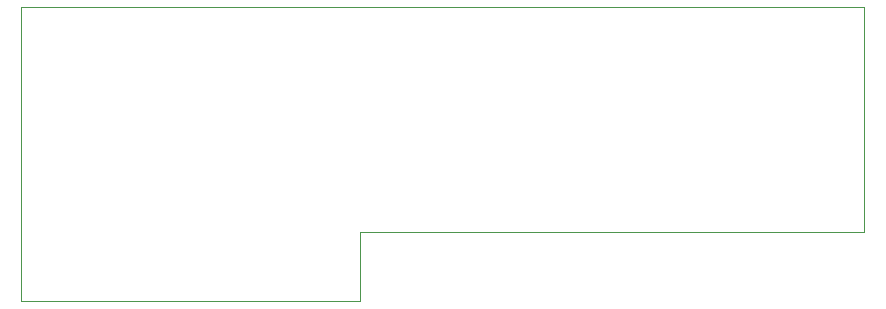
<source format=gbr>
%TF.GenerationSoftware,KiCad,Pcbnew,(6.0.2)*%
%TF.CreationDate,2022-03-04T15:26:31-05:00*%
%TF.ProjectId,Amiga500 Mod PCB Rev A,416d6967-6135-4303-9020-4d6f64205043,rev?*%
%TF.SameCoordinates,Original*%
%TF.FileFunction,Profile,NP*%
%FSLAX46Y46*%
G04 Gerber Fmt 4.6, Leading zero omitted, Abs format (unit mm)*
G04 Created by KiCad (PCBNEW (6.0.2)) date 2022-03-04 15:26:31*
%MOMM*%
%LPD*%
G01*
G04 APERTURE LIST*
%TA.AperFunction,Profile*%
%ADD10C,0.050000*%
%TD*%
G04 APERTURE END LIST*
D10*
X136652000Y-74930000D02*
X93980000Y-74930000D01*
X93980000Y-74930000D02*
X93980000Y-80772000D01*
X93980000Y-80772000D02*
X65278000Y-80772000D01*
X65278000Y-80772000D02*
X65278000Y-55880000D01*
X65278000Y-55880000D02*
X136652000Y-55880000D01*
X136652000Y-55880000D02*
X136652000Y-74930000D01*
M02*

</source>
